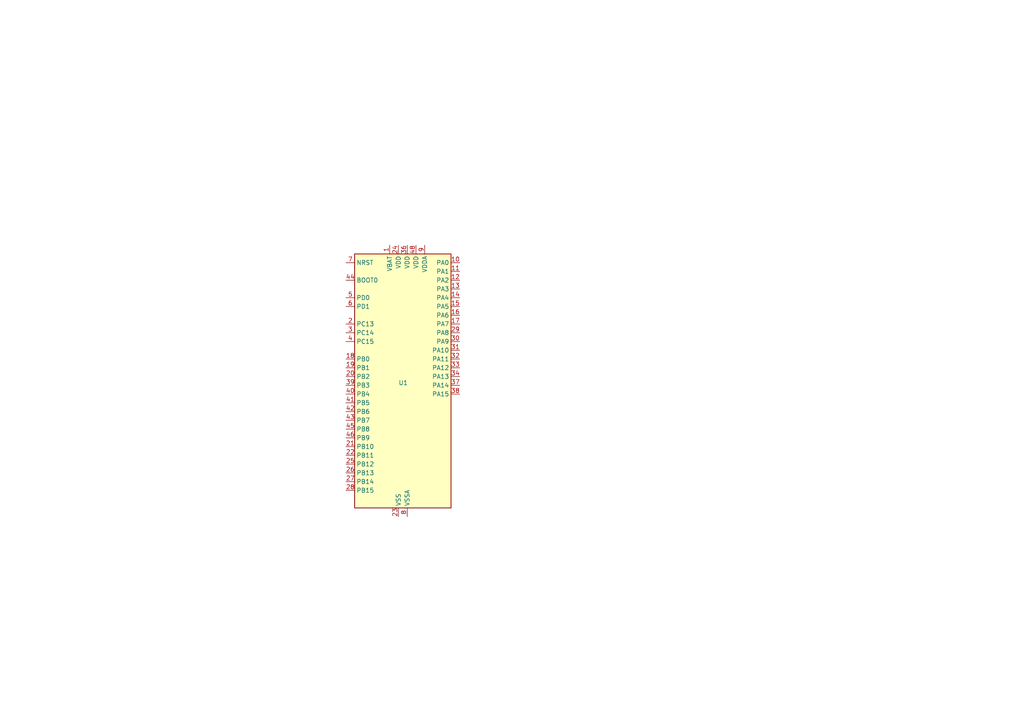
<source format=kicad_sch>
(kicad_sch (version 20231120) (generator "eeschema") (generator_version "8.0")
  (paper "A4")
  (lib_symbols
    (symbol "MCU_ST_STM32F1:STM32F103C8Tx"
      (property "Reference" "U" (at -12.7 39.37 0))
      (property "Value" "STM32F103C8Tx" (at 10.16 39.37 0))
      (symbol "STM32F103C8Tx_0_1"
        (rectangle (start -12.7 -35.56) (end 15.24 38.1) (stroke (width 0.254)) (fill (type background)))
      )
      (symbol "STM32F103C8Tx_1_1"
        (pin power_in line (at -2.54 40.64 270) (length 2.54) (name "VBAT") (number "1"))
        (pin bidirectional line (at 17.78 35.56 180) (length 2.54) (name "PA0") (number "10"))
        (pin bidirectional line (at 17.78 33.02 180) (length 2.54) (name "PA1") (number "11"))
        (pin bidirectional line (at 17.78 30.48 180) (length 2.54) (name "PA2") (number "12"))
        (pin bidirectional line (at 17.78 27.94 180) (length 2.54) (name "PA3") (number "13"))
        (pin bidirectional line (at 17.78 25.4 180) (length 2.54) (name "PA4") (number "14"))
        (pin bidirectional line (at 17.78 22.86 180) (length 2.54) (name "PA5") (number "15"))
        (pin bidirectional line (at 17.78 20.32 180) (length 2.54) (name "PA6") (number "16"))
        (pin bidirectional line (at 17.78 17.78 180) (length 2.54) (name "PA7") (number "17"))
        (pin bidirectional line (at -15.24 7.62 0) (length 2.54) (name "PB0") (number "18"))
        (pin bidirectional line (at -15.24 5.08 0) (length 2.54) (name "PB1") (number "19"))
        (pin bidirectional line (at -15.24 17.78 0) (length 2.54) (name "PC13") (number "2"))
        (pin bidirectional line (at -15.24 2.54 0) (length 2.54) (name "PB2") (number "20"))
        (pin bidirectional line (at -15.24 -17.78 0) (length 2.54) (name "PB10") (number "21"))
        (pin bidirectional line (at -15.24 -20.32 0) (length 2.54) (name "PB11") (number "22"))
        (pin power_in line (at 0 -38.1 90) (length 2.54) (name "VSS") (number "23"))
        (pin power_in line (at 0 40.64 270) (length 2.54) (name "VDD") (number "24"))
        (pin bidirectional line (at -15.24 -22.86 0) (length 2.54) (name "PB12") (number "25"))
        (pin bidirectional line (at -15.24 -25.4 0) (length 2.54) (name "PB13") (number "26"))
        (pin bidirectional line (at -15.24 -27.94 0) (length 2.54) (name "PB14") (number "27"))
        (pin bidirectional line (at -15.24 -30.48 0) (length 2.54) (name "PB15") (number "28"))
        (pin bidirectional line (at 17.78 15.24 180) (length 2.54) (name "PA8") (number "29"))
        (pin bidirectional line (at -15.24 15.24 0) (length 2.54) (name "PC14") (number "3"))
        (pin bidirectional line (at 17.78 12.7 180) (length 2.54) (name "PA9") (number "30"))
        (pin bidirectional line (at 17.78 10.16 180) (length 2.54) (name "PA10") (number "31"))
        (pin bidirectional line (at 17.78 7.62 180) (length 2.54) (name "PA11") (number "32"))
        (pin bidirectional line (at 17.78 5.08 180) (length 2.54) (name "PA12") (number "33"))
        (pin bidirectional line (at 17.78 2.54 180) (length 2.54) (name "PA13") (number "34"))
        (pin passive line (at 0 -38.1 90) (length 2.54) hide (name "VSS") (number "35"))
        (pin power_in line (at 2.54 40.64 270) (length 2.54) (name "VDD") (number "36"))
        (pin bidirectional line (at 17.78 0 180) (length 2.54) (name "PA14") (number "37"))
        (pin bidirectional line (at 17.78 -2.54 180) (length 2.54) (name "PA15") (number "38"))
        (pin bidirectional line (at -15.24 0 0) (length 2.54) (name "PB3") (number "39"))
        (pin bidirectional line (at -15.24 12.7 0) (length 2.54) (name "PC15") (number "4"))
        (pin bidirectional line (at -15.24 -2.54 0) (length 2.54) (name "PB4") (number "40"))
        (pin bidirectional line (at -15.24 -5.08 0) (length 2.54) (name "PB5") (number "41"))
        (pin bidirectional line (at -15.24 -7.62 0) (length 2.54) (name "PB6") (number "42"))
        (pin bidirectional line (at -15.24 -10.16 0) (length 2.54) (name "PB7") (number "43"))
        (pin input line (at -15.24 30.48 0) (length 2.54) (name "BOOT0") (number "44"))
        (pin bidirectional line (at -15.24 -12.7 0) (length 2.54) (name "PB8") (number "45"))
        (pin bidirectional line (at -15.24 -15.24 0) (length 2.54) (name "PB9") (number "46"))
        (pin passive line (at 0 -38.1 90) (length 2.54) hide (name "VSS") (number "47"))
        (pin power_in line (at 5.08 40.64 270) (length 2.54) (name "VDD") (number "48"))
        (pin bidirectional line (at -15.24 25.4 0) (length 2.54) (name "PD0") (number "5"))
        (pin bidirectional line (at -15.24 22.86 0) (length 2.54) (name "PD1") (number "6"))
        (pin input line (at -15.24 35.56 0) (length 2.54) (name "NRST") (number "7"))
        (pin power_in line (at 2.54 -38.1 90) (length 2.54) (name "VSSA") (number "8"))
        (pin power_in line (at 7.62 40.64 270) (length 2.54) (name "VDDA") (number "9"))
      )
    )
  )
  (symbol (lib_id "MCU_ST_STM32F1:STM32F103C8Tx") (at 115.57 111.76 0) (unit 1)
    (property "Reference" "U1" (at 115.57 111.76 0) (effects (justify left bottom)))
    (property "Value" "${PART NUMBER}" (effects (hide yes)))
    (property "Footprint" "Package_QFP:LQFP-48_7x7mm_P0.5mm" (effects (hide yes)))
    (property "Datasheet" "https://www.st.com/resource/en/datasheet/stm32f103c8.pdf" (effects (hide yes)))
    (property "Description" "STMicroelectronics Arm Cortex-M3 MCU, 64KB flash, 20KB RAM, 72 MHz, 2.0-3.6V, 37 GPIO, LQFP48" (effects (hide yes)))
    (property "PART NUMBER" "CKS32F103C8T6" (effects (hide yes)))
    (property "MANUFACTURER" "CKS" (effects (hide yes)))
    (property "COMPONENTLINK1URL" "https://datasheet.lcsc.com/lcsc/2005271105_CKS-CKS32F103C8T6_C556576.pdf" (effects (hide yes)))
    (property "COMPONENTLINK1DESCRIPTION" "Datasheet" (effects (hide yes)))
    (property "PACKAGE" "LQFP-48" (effects (hide yes)))
    (property "PART STATUS" "Active" (effects (hide yes)))
  )
)
</source>
